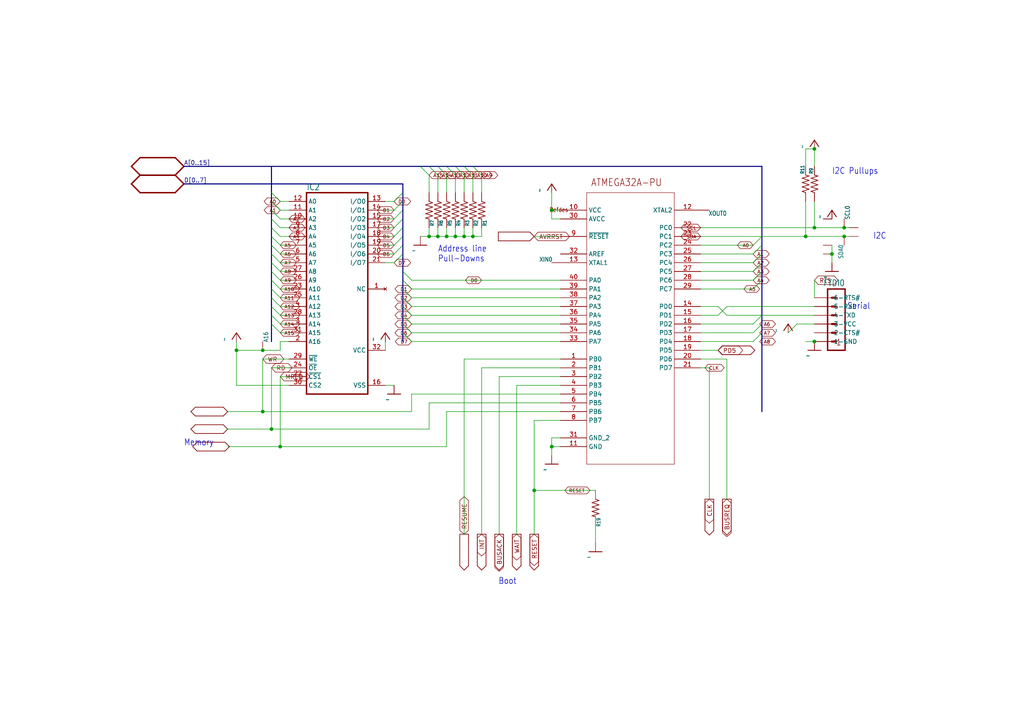
<source format=kicad_sch>
(kicad_sch (version 20211123) (generator eeschema)
  (paper "A4")
  (lib_symbols
    (symbol "Z80-4chip-v3-eagle-import:ATMEGA32A-PU"
      (symbol "ATMEGA32A-PU_1_0"
        (polyline (pts (xy 7.62 -73.66) (xy 33.02 -73.66)) (stroke (width 0.127)))
        (polyline (pts (xy 7.62 5.08) (xy 7.62 -73.66)) (stroke (width 0.127)))
        (polyline (pts (xy 33.02 -73.66) (xy 33.02 5.08)) (stroke (width 0.127)))
        (polyline (pts (xy 33.02 5.08) (xy 7.62 5.08)) (stroke (width 0.127)))
        (text "ATMEGA32A-PU" (at 8.8138 6.8326 0) (effects (font (size 2.0828 1.7703)) (justify left bottom)))
        (text "Refdes" (at -3.2766 -0.635 0) (effects (font (size 1.27 1.0795)) (justify left bottom)))
        (pin bidirectional line (at 0 -43.18 0) (length 7.62) (name "PB0") (number "1"))
        (pin power_in line (at 0 0 0) (length 7.62) (name "VCC") (number "10"))
        (pin passive line (at 0 -68.58 0) (length 7.62) (name "GND") (number "11"))
        (pin output line (at 40.64 0 180) (length 7.62) (name "XTAL2") (number "12"))
        (pin input line (at 0 -15.24 0) (length 7.62) (name "XTAL1") (number "13"))
        (pin bidirectional line (at 40.64 -27.94 180) (length 7.62) (name "PD0") (number "14"))
        (pin bidirectional line (at 40.64 -30.48 180) (length 7.62) (name "PD1") (number "15"))
        (pin bidirectional line (at 40.64 -33.02 180) (length 7.62) (name "PD2") (number "16"))
        (pin bidirectional line (at 40.64 -35.56 180) (length 7.62) (name "PD3") (number "17"))
        (pin bidirectional line (at 40.64 -38.1 180) (length 7.62) (name "PD4") (number "18"))
        (pin bidirectional line (at 40.64 -40.64 180) (length 7.62) (name "PD5") (number "19"))
        (pin bidirectional line (at 0 -45.72 0) (length 7.62) (name "PB1") (number "2"))
        (pin bidirectional line (at 40.64 -43.18 180) (length 7.62) (name "PD6") (number "20"))
        (pin bidirectional line (at 40.64 -45.72 180) (length 7.62) (name "PD7") (number "21"))
        (pin bidirectional line (at 40.64 -5.08 180) (length 7.62) (name "PC0") (number "22"))
        (pin bidirectional line (at 40.64 -7.62 180) (length 7.62) (name "PC1") (number "23"))
        (pin bidirectional line (at 40.64 -10.16 180) (length 7.62) (name "PC2") (number "24"))
        (pin bidirectional line (at 40.64 -12.7 180) (length 7.62) (name "PC3") (number "25"))
        (pin bidirectional line (at 40.64 -15.24 180) (length 7.62) (name "PC4") (number "26"))
        (pin bidirectional line (at 40.64 -17.78 180) (length 7.62) (name "PC5") (number "27"))
        (pin bidirectional line (at 40.64 -20.32 180) (length 7.62) (name "PC6") (number "28"))
        (pin bidirectional line (at 40.64 -22.86 180) (length 7.62) (name "PC7") (number "29"))
        (pin bidirectional line (at 0 -48.26 0) (length 7.62) (name "PB2") (number "3"))
        (pin power_in line (at 0 -2.54 0) (length 7.62) (name "AVCC") (number "30"))
        (pin passive line (at 0 -66.04 0) (length 7.62) (name "GND_2") (number "31"))
        (pin input line (at 0 -12.7 0) (length 7.62) (name "AREF") (number "32"))
        (pin bidirectional line (at 0 -38.1 0) (length 7.62) (name "PA7") (number "33"))
        (pin bidirectional line (at 0 -35.56 0) (length 7.62) (name "PA6") (number "34"))
        (pin bidirectional line (at 0 -33.02 0) (length 7.62) (name "PA5") (number "35"))
        (pin bidirectional line (at 0 -30.48 0) (length 7.62) (name "PA4") (number "36"))
        (pin bidirectional line (at 0 -27.94 0) (length 7.62) (name "PA3") (number "37"))
        (pin bidirectional line (at 0 -25.4 0) (length 7.62) (name "PA2") (number "38"))
        (pin bidirectional line (at 0 -22.86 0) (length 7.62) (name "PA1") (number "39"))
        (pin bidirectional line (at 0 -50.8 0) (length 7.62) (name "PB3") (number "4"))
        (pin bidirectional line (at 0 -20.32 0) (length 7.62) (name "PA0") (number "40"))
        (pin bidirectional line (at 0 -53.34 0) (length 7.62) (name "PB4") (number "5"))
        (pin bidirectional line (at 0 -55.88 0) (length 7.62) (name "PB5") (number "6"))
        (pin bidirectional line (at 0 -58.42 0) (length 7.62) (name "PB6") (number "7"))
        (pin bidirectional line (at 0 -60.96 0) (length 7.62) (name "PB7") (number "8"))
        (pin input line (at 0 -7.62 0) (length 7.62) (name "~{RESET}") (number "9"))
      )
    )
    (symbol "Z80-4chip-v3-eagle-import:FTDI-TTL232R"
      (property "Reference" "CON" (at -1.27 8.382 0))
      (property "Value" "FTDI-TTL232R" (at -1.27 -12.7 0))
      (symbol "FTDI-TTL232R_1_0"
        (polyline (pts (xy -1.27 7.62) (xy -1.27 -10.16)) (stroke (width 0.4064)))
        (polyline (pts (xy -1.27 7.62) (xy 3.81 7.62)) (stroke (width 0.4064)))
        (polyline (pts (xy 1.27 -7.62) (xy 2.54 -7.62)) (stroke (width 0.6096)))
        (polyline (pts (xy 1.27 -5.08) (xy 2.54 -5.08)) (stroke (width 0.6096)))
        (polyline (pts (xy 1.27 -2.54) (xy 2.54 -2.54)) (stroke (width 0.6096)))
        (polyline (pts (xy 1.27 0) (xy 2.54 0)) (stroke (width 0.6096)))
        (polyline (pts (xy 1.27 2.54) (xy 2.54 2.54)) (stroke (width 0.6096)))
        (polyline (pts (xy 1.27 5.08) (xy 2.54 5.08)) (stroke (width 0.6096)))
        (polyline (pts (xy 3.81 -10.16) (xy -1.27 -10.16)) (stroke (width 0.4064)))
        (polyline (pts (xy 3.81 -10.16) (xy 3.81 7.62)) (stroke (width 0.4064)))
        (text "1" (at -0.254 -8.89 0) (effects (font (size 1.778 1.5113)) (justify left bottom)))
        (pin passive line (at 7.62 -7.62 180) (length 5.08) (name "1-GND") (number "1"))
        (pin passive line (at 7.62 -5.08 180) (length 5.08) (name "2-CTS#") (number "2"))
        (pin passive line (at 7.62 -2.54 180) (length 5.08) (name "3-VCC") (number "3"))
        (pin passive line (at 7.62 0 180) (length 5.08) (name "4-TXD") (number "4"))
        (pin passive line (at 7.62 2.54 180) (length 5.08) (name "5-RXD") (number "5"))
        (pin passive line (at 7.62 5.08 180) (length 5.08) (name "6-RTS#") (number "6"))
      )
    )
    (symbol "Z80-4chip-v3-eagle-import:GND" (power)
      (property "Value" "GND" (at -2.54 -2.54 0))
      (symbol "GND_1_0"
        (polyline (pts (xy -1.905 0) (xy 1.905 0)) (stroke (width 0.254)))
        (pin power_in line (at 0 2.54 270) (length 2.54) (name "GND") (number "1"))
      )
    )
    (symbol "Z80-4chip-v3-eagle-import:MEM128K-PS"
      (property "Reference" "IC" (at -10.16 31.115 0))
      (property "Value" "MEM128K-PS" (at -10.16 -30.48 0))
      (symbol "MEM128K-PS_1_0"
        (polyline (pts (xy -10.16 -27.94) (xy -10.16 30.48)) (stroke (width 0.4064)))
        (polyline (pts (xy -10.16 -27.94) (xy 7.62 -27.94)) (stroke (width 0.4064)))
        (polyline (pts (xy 7.62 30.48) (xy -10.16 30.48)) (stroke (width 0.4064)))
        (polyline (pts (xy 7.62 30.48) (xy 7.62 -27.94)) (stroke (width 0.4064)))
        (pin no_connect line (at 12.7 2.54 180) (length 5.08) (name "NC") (number "1"))
        (pin input line (at -15.24 22.86 0) (length 5.08) (name "A2") (number "10"))
        (pin input line (at -15.24 25.4 0) (length 5.08) (name "A1") (number "11"))
        (pin input line (at -15.24 27.94 0) (length 5.08) (name "A0") (number "12"))
        (pin bidirectional line (at 12.7 27.94 180) (length 5.08) (name "I/O0") (number "13"))
        (pin bidirectional line (at 12.7 25.4 180) (length 5.08) (name "I/O1") (number "14"))
        (pin bidirectional line (at 12.7 22.86 180) (length 5.08) (name "I/O2") (number "15"))
        (pin power_in line (at 12.7 -25.4 180) (length 5.08) (name "VSS") (number "16"))
        (pin bidirectional line (at 12.7 20.32 180) (length 5.08) (name "I/O3") (number "17"))
        (pin bidirectional line (at 12.7 17.78 180) (length 5.08) (name "I/O4") (number "18"))
        (pin bidirectional line (at 12.7 15.24 180) (length 5.08) (name "I/O5") (number "19"))
        (pin input line (at -15.24 -12.7 0) (length 5.08) (name "A16") (number "2"))
        (pin bidirectional line (at 12.7 12.7 180) (length 5.08) (name "I/O6") (number "20"))
        (pin bidirectional line (at 12.7 10.16 180) (length 5.08) (name "I/O7") (number "21"))
        (pin input line (at -15.24 -22.86 0) (length 5.08) (name "~{CS1}") (number "22"))
        (pin input line (at -15.24 2.54 0) (length 5.08) (name "A10") (number "23"))
        (pin input line (at -15.24 -20.32 0) (length 5.08) (name "~{OE}") (number "24"))
        (pin input line (at -15.24 0 0) (length 5.08) (name "A11") (number "25"))
        (pin input line (at -15.24 5.08 0) (length 5.08) (name "A9") (number "26"))
        (pin input line (at -15.24 7.62 0) (length 5.08) (name "A8") (number "27"))
        (pin input line (at -15.24 -5.08 0) (length 5.08) (name "A13") (number "28"))
        (pin input line (at -15.24 -17.78 0) (length 5.08) (name "~{WE}") (number "29"))
        (pin input line (at -15.24 -7.62 0) (length 5.08) (name "A14") (number "3"))
        (pin input line (at -15.24 -25.4 0) (length 5.08) (name "CS2") (number "30"))
        (pin input line (at -15.24 -10.16 0) (length 5.08) (name "A15") (number "31"))
        (pin power_in line (at 12.7 -15.24 180) (length 5.08) (name "VCC") (number "32"))
        (pin input line (at -15.24 -2.54 0) (length 5.08) (name "A12") (number "4"))
        (pin input line (at -15.24 10.16 0) (length 5.08) (name "A7") (number "5"))
        (pin input line (at -15.24 12.7 0) (length 5.08) (name "A6") (number "6"))
        (pin input line (at -15.24 15.24 0) (length 5.08) (name "A5") (number "7"))
        (pin input line (at -15.24 17.78 0) (length 5.08) (name "A4") (number "8"))
        (pin input line (at -15.24 20.32 0) (length 5.08) (name "A3") (number "9"))
      )
    )
    (symbol "Z80-4chip-v3-eagle-import:PORT-BI"
      (symbol "PORT-BI_1_0"
        (polyline (pts (xy 0 0) (xy 1.27 -1.27)) (stroke (width 0.2)))
        (polyline (pts (xy 0 0) (xy 1.27 1.27)) (stroke (width 0.2)))
        (polyline (pts (xy 1.27 -1.27) (xy 9.398 -1.27)) (stroke (width 0.2)))
        (polyline (pts (xy 1.27 1.27) (xy 9.398 1.27)) (stroke (width 0.2)))
        (polyline (pts (xy 9.398 -1.27) (xy 10.668 0)) (stroke (width 0.2)))
        (polyline (pts (xy 10.668 0) (xy 9.398 1.27)) (stroke (width 0.2)))
      )
    )
    (symbol "Z80-4chip-v3-eagle-import:PORT-BI-BUS"
      (symbol "PORT-BI-BUS_1_0"
        (polyline (pts (xy 0 0) (xy 2.54 -2.54)) (stroke (width 0.4)))
        (polyline (pts (xy 0 0) (xy 2.54 2.54)) (stroke (width 0.4)))
        (polyline (pts (xy 2.54 -2.54) (xy 12.7 -2.54)) (stroke (width 0.4)))
        (polyline (pts (xy 2.54 2.54) (xy 12.7 2.54)) (stroke (width 0.4)))
        (polyline (pts (xy 12.7 -2.54) (xy 15.24 0)) (stroke (width 0.4)))
        (polyline (pts (xy 15.24 0) (xy 12.7 2.54)) (stroke (width 0.4)))
      )
    )
    (symbol "Z80-4chip-v3-eagle-import:PORT-IN"
      (symbol "PORT-IN_1_0"
        (polyline (pts (xy 0 0) (xy 1.27 1.27)) (stroke (width 0.2)))
        (polyline (pts (xy 1.27 -1.27) (xy 0 0)) (stroke (width 0.2)))
        (polyline (pts (xy 1.27 1.27) (xy 10.414 1.27)) (stroke (width 0.2)))
        (polyline (pts (xy 10.414 -1.27) (xy 1.27 -1.27)) (stroke (width 0.2)))
        (polyline (pts (xy 10.414 1.27) (xy 10.414 -1.27)) (stroke (width 0.2)))
      )
    )
    (symbol "Z80-4chip-v3-eagle-import:PORT-OUT"
      (symbol "PORT-OUT_1_0"
        (polyline (pts (xy 0 -1.27) (xy 0 1.27)) (stroke (width 0.2)))
        (polyline (pts (xy 0 1.27) (xy 9.144 1.27)) (stroke (width 0.2)))
        (polyline (pts (xy 9.144 -1.27) (xy 0 -1.27)) (stroke (width 0.2)))
        (polyline (pts (xy 9.144 1.27) (xy 10.414 0)) (stroke (width 0.2)))
        (polyline (pts (xy 10.414 0) (xy 9.144 -1.27)) (stroke (width 0.2)))
      )
    )
    (symbol "Z80-4chip-v3-eagle-import:R-US_0207{slash}07V"
      (property "Reference" "R" (at 2.7325 0.2781 0))
      (property "Value" "R-US_0207{slash}07V" (at -1.9067 -0.4821 0))
      (symbol "R-US_0207{slash}07V_1_0"
        (polyline (pts (xy -2.54 0) (xy -2.159 1.016)) (stroke (width 0.2032)))
        (polyline (pts (xy -2.159 1.016) (xy -1.524 -1.016)) (stroke (width 0.2032)))
        (polyline (pts (xy -1.524 -1.016) (xy -0.889 1.016)) (stroke (width 0.2032)))
        (polyline (pts (xy -0.889 1.016) (xy -0.254 -1.016)) (stroke (width 0.2032)))
        (polyline (pts (xy -0.254 -1.016) (xy 0.381 1.016)) (stroke (width 0.2032)))
        (polyline (pts (xy 0.381 1.016) (xy 1.016 -1.016)) (stroke (width 0.2032)))
        (polyline (pts (xy 1.016 -1.016) (xy 1.651 1.016)) (stroke (width 0.2032)))
        (polyline (pts (xy 1.651 1.016) (xy 2.286 -1.016)) (stroke (width 0.2032)))
        (polyline (pts (xy 2.286 -1.016) (xy 2.54 0)) (stroke (width 0.2032)))
        (pin passive line (at -5.08 0 0) (length 2.54) (name "1") (number "1"))
        (pin passive line (at 5.08 0 180) (length 2.54) (name "2") (number "2"))
      )
    )
    (symbol "Z80-4chip-v3-eagle-import:VCC" (power)
      (property "Value" "VCC" (at -2.54 -2.54 90))
      (symbol "VCC_1_0"
        (polyline (pts (xy 0 0) (xy -1.27 -1.905)) (stroke (width 0.254)))
        (polyline (pts (xy 1.27 -1.905) (xy 0 0)) (stroke (width 0.254)))
        (pin power_in line (at 0 -2.54 90) (length 2.54) (name "VCC") (number "1"))
      )
    )
    (symbol "Z80-4chip-v3-eagle-import:WIRE-R10"
      (property "Reference" "W" (at 2.286 -0.254 0))
      (symbol "WIRE-R10_1_0"
        (pin bidirectional line (at 0 0 0) (length 2.54) (name "P$1") (number "P$1"))
      )
    )
    (symbol "Z80-4chip-v3-eagle-import:WIRE-VIA8"
      (property "Reference" "W" (at 2.286 -0.254 0))
      (symbol "WIRE-VIA8_1_0"
        (pin bidirectional line (at 0 0 0) (length 2.54) (name "P$1") (number "P$1"))
      )
    )
  )
  (junction (at 160.02 129.54))
  (junction (at 81.28 129.54))
  (junction (at 76.2 101.6))
  (junction (at 137.16 68.58))
  (junction (at 76.2 119.38))
  (junction (at 160.02 60.96))
  (junction (at 132.08 68.58))
  (junction (at 124.46 68.58))
  (junction (at 127 68.58))
  (junction (at 154.94 142.24))
  (junction (at 68.58 101.6))
  (junction (at 134.62 68.58))
  (junction (at 236.22 66.04))
  (junction (at 233.68 68.58))
  (junction (at 241.3 73.66))
  (junction (at 78.74 124.46))
  (junction (at 236.22 43.18))
  (junction (at 129.54 68.58))
  (junction (at 236.22 99.06))
  (junction (at 244.856 68.58))
  (junction (at 244.856 66.04))
  (bus_entry (at 114.3 71.12) (size 2.54 -2.54))
  (bus_entry (at 119.38 88.9) (size -2.54 -2.54))
  (bus_entry (at 81.28 88.9) (size -2.54 -2.54))
  (bus_entry (at 119.38 99.06) (size -2.54 -2.54))
  (bus_entry (at 137.16 50.8) (size -2.54 -2.54))
  (bus_entry (at 218.44 76.2) (size 2.54 -2.54))
  (bus_entry (at 129.54 50.8) (size -2.54 -2.54))
  (bus_entry (at 81.28 68.58) (size -2.54 -2.54))
  (bus_entry (at 81.28 76.2) (size -2.54 -2.54))
  (bus_entry (at 81.28 96.52) (size -2.54 -2.54))
  (bus_entry (at 81.28 73.66) (size -2.54 -2.54))
  (bus_entry (at 124.46 50.8) (size -2.54 -2.54))
  (bus_entry (at 81.28 60.96) (size -2.54 -2.54))
  (bus_entry (at 114.3 73.66) (size 2.54 -2.54))
  (bus_entry (at 134.62 50.8) (size -2.54 -2.54))
  (bus_entry (at 119.38 81.28) (size -2.54 -2.54))
  (bus_entry (at 81.28 83.82) (size -2.54 -2.54))
  (bus_entry (at 139.7 50.8) (size -2.54 -2.54))
  (bus_entry (at 119.38 91.44) (size -2.54 -2.54))
  (bus_entry (at 81.28 66.04) (size -2.54 -2.54))
  (bus_entry (at 218.44 93.98) (size 2.54 -2.54))
  (bus_entry (at 81.28 63.5) (size -2.54 -2.54))
  (bus_entry (at 119.38 96.52) (size -2.54 -2.54))
  (bus_entry (at 114.3 60.96) (size 2.54 -2.54))
  (bus_entry (at 81.28 78.74) (size -2.54 -2.54))
  (bus_entry (at 114.3 58.42) (size 2.54 -2.54))
  (bus_entry (at 81.28 81.28) (size -2.54 -2.54))
  (bus_entry (at 218.44 71.12) (size 2.54 -2.54))
  (bus_entry (at 119.38 86.36) (size -2.54 -2.54))
  (bus_entry (at 81.28 93.98) (size -2.54 -2.54))
  (bus_entry (at 114.3 63.5) (size 2.54 -2.54))
  (bus_entry (at 218.44 99.06) (size 2.54 -2.54))
  (bus_entry (at 114.3 66.04) (size 2.54 -2.54))
  (bus_entry (at 114.3 76.2) (size 2.54 -2.54))
  (bus_entry (at 81.28 91.44) (size -2.54 -2.54))
  (bus_entry (at 127 50.8) (size -2.54 -2.54))
  (bus_entry (at 119.38 93.98) (size -2.54 -2.54))
  (bus_entry (at 132.08 50.8) (size -2.54 -2.54))
  (bus_entry (at 114.3 68.58) (size 2.54 -2.54))
  (bus_entry (at 119.38 83.82) (size -2.54 -2.54))
  (bus_entry (at 218.44 81.28) (size 2.54 -2.54))
  (bus_entry (at 218.44 96.52) (size 2.54 -2.54))
  (bus_entry (at 81.28 58.42) (size -2.54 -2.54))
  (bus_entry (at 81.28 86.36) (size -2.54 -2.54))
  (bus_entry (at 218.44 73.66) (size 2.54 -2.54))
  (bus_entry (at 218.44 78.74) (size 2.54 -2.54))
  (bus_entry (at 218.44 83.82) (size 2.54 -2.54))
  (bus_entry (at 81.28 71.12) (size -2.54 -2.54))
  (wire (pts (xy 218.44 76.2) (xy 203.2 76.2)))
  (bus (pts (xy 53.34 48.26) (xy 121.92 48.26)))
  (wire (pts (xy 162.56 129.54) (xy 160.02 129.54)))
  (wire (pts (xy 160.02 129.54) (xy 160.02 132.08)))
  (bus (pts (xy 132.08 48.26) (xy 134.62 48.26)))
  (wire (pts (xy 162.56 68.58) (xy 154.94 68.58)))
  (wire (pts (xy 246.38 68.58) (xy 244.856 68.58)))
  (bus (pts (xy 116.84 53.34) (xy 116.84 55.88)))
  (bus (pts (xy 116.84 68.58) (xy 116.84 71.12)))
  (bus (pts (xy 116.84 63.5) (xy 116.84 66.04)))
  (wire (pts (xy 137.16 66.04) (xy 137.16 68.58)))
  (wire (pts (xy 68.58 111.76) (xy 68.58 101.6)))
  (wire (pts (xy 83.82 109.22) (xy 81.28 109.22)))
  (bus (pts (xy 116.84 73.66) (xy 116.84 78.74)))
  (wire (pts (xy 76.2 101.6) (xy 68.58 101.6)))
  (wire (pts (xy 111.76 71.12) (xy 114.3 71.12)))
  (bus (pts (xy 220.98 93.98) (xy 220.98 96.52)))
  (bus (pts (xy 78.74 78.74) (xy 78.74 81.28)))
  (wire (pts (xy 203.2 68.58) (xy 220.98 68.58)))
  (wire (pts (xy 81.28 58.42) (xy 83.82 58.42)))
  (wire (pts (xy 124.46 55.88) (xy 124.46 50.8)))
  (wire (pts (xy 111.76 68.58) (xy 114.3 68.58)))
  (bus (pts (xy 53.34 53.34) (xy 116.84 53.34)))
  (wire (pts (xy 83.82 78.74) (xy 81.28 78.74)))
  (bus (pts (xy 129.54 48.26) (xy 132.08 48.26)))
  (wire (pts (xy 134.62 55.88) (xy 134.62 50.8)))
  (bus (pts (xy 78.74 55.88) (xy 78.74 58.42)))
  (wire (pts (xy 83.82 99.06) (xy 81.28 99.06)))
  (bus (pts (xy 220.98 91.44) (xy 220.98 93.98)))
  (wire (pts (xy 172.72 142.24) (xy 154.94 142.24)))
  (wire (pts (xy 220.98 68.58) (xy 233.68 68.58)))
  (wire (pts (xy 111.76 66.04) (xy 114.3 66.04)))
  (wire (pts (xy 78.74 124.46) (xy 66.04 124.46)))
  (wire (pts (xy 236.22 86.36) (xy 236.22 81.28)))
  (wire (pts (xy 78.74 124.46) (xy 78.74 106.68)))
  (wire (pts (xy 160.02 60.96) (xy 160.02 55.88)))
  (wire (pts (xy 203.2 106.68) (xy 205.74 106.68)))
  (wire (pts (xy 124.46 116.84) (xy 124.46 124.46)))
  (bus (pts (xy 220.98 81.28) (xy 220.98 91.44)))
  (wire (pts (xy 119.38 99.06) (xy 162.56 99.06)))
  (bus (pts (xy 78.74 91.44) (xy 78.74 93.98)))
  (wire (pts (xy 132.08 66.04) (xy 132.08 68.58)))
  (bus (pts (xy 220.98 96.52) (xy 220.98 119.38)))
  (wire (pts (xy 83.82 96.52) (xy 81.28 96.52)))
  (wire (pts (xy 114.3 111.76) (xy 111.76 111.76)))
  (wire (pts (xy 154.94 121.92) (xy 154.94 142.24)))
  (bus (pts (xy 78.74 63.5) (xy 78.74 66.04)))
  (wire (pts (xy 124.46 124.46) (xy 78.74 124.46)))
  (wire (pts (xy 236.22 91.44) (xy 220.98 91.44)))
  (wire (pts (xy 81.28 60.96) (xy 83.82 60.96)))
  (wire (pts (xy 81.28 99.06) (xy 81.28 101.6)))
  (wire (pts (xy 119.38 81.28) (xy 162.56 81.28)))
  (wire (pts (xy 154.94 142.24) (xy 154.94 154.94)))
  (wire (pts (xy 124.46 68.58) (xy 121.92 68.58)))
  (bus (pts (xy 78.74 93.98) (xy 78.74 99.06)))
  (wire (pts (xy 231.14 93.98) (xy 228.6 96.52)))
  (wire (pts (xy 144.78 109.22) (xy 144.78 154.94)))
  (wire (pts (xy 83.82 83.82) (xy 81.28 83.82)))
  (wire (pts (xy 220.98 91.44) (xy 210.82 91.44)))
  (wire (pts (xy 236.22 43.18) (xy 236.22 48.26)))
  (wire (pts (xy 162.56 121.92) (xy 154.94 121.92)))
  (wire (pts (xy 81.28 129.54) (xy 66.04 129.54)))
  (wire (pts (xy 132.08 55.88) (xy 132.08 50.8)))
  (wire (pts (xy 233.68 68.58) (xy 244.856 68.58)))
  (wire (pts (xy 111.76 73.66) (xy 114.3 73.66)))
  (wire (pts (xy 160.02 63.5) (xy 160.02 60.96)))
  (wire (pts (xy 83.82 91.44) (xy 81.28 91.44)))
  (bus (pts (xy 116.84 60.96) (xy 116.84 63.5)))
  (wire (pts (xy 162.56 116.84) (xy 124.46 116.84)))
  (wire (pts (xy 83.82 76.2) (xy 81.28 76.2)))
  (bus (pts (xy 78.74 48.26) (xy 78.74 55.88)))
  (bus (pts (xy 121.92 48.26) (xy 124.46 48.26)))
  (wire (pts (xy 68.58 99.06) (xy 68.58 101.6)))
  (wire (pts (xy 129.54 66.04) (xy 129.54 68.58)))
  (wire (pts (xy 83.82 93.98) (xy 81.28 93.98)))
  (wire (pts (xy 139.7 66.04) (xy 139.7 68.58)))
  (bus (pts (xy 220.98 68.58) (xy 220.98 71.12)))
  (bus (pts (xy 134.62 48.26) (xy 137.16 48.26)))
  (wire (pts (xy 203.2 66.04) (xy 236.22 66.04)))
  (wire (pts (xy 233.68 58.42) (xy 233.68 68.58)))
  (wire (pts (xy 218.44 83.82) (xy 203.2 83.82)))
  (wire (pts (xy 134.62 104.14) (xy 162.56 104.14)))
  (bus (pts (xy 124.46 48.26) (xy 127 48.26)))
  (wire (pts (xy 83.82 71.12) (xy 81.28 71.12)))
  (bus (pts (xy 116.84 83.82) (xy 116.84 86.36)))
  (wire (pts (xy 119.38 96.52) (xy 162.56 96.52)))
  (wire (pts (xy 81.28 109.22) (xy 81.28 129.54)))
  (bus (pts (xy 78.74 60.96) (xy 78.74 63.5)))
  (wire (pts (xy 119.38 119.38) (xy 76.2 119.38)))
  (bus (pts (xy 116.84 88.9) (xy 116.84 91.44)))
  (wire (pts (xy 127 68.58) (xy 124.46 68.58)))
  (wire (pts (xy 127 66.04) (xy 127 68.58)))
  (wire (pts (xy 210.82 88.9) (xy 208.28 91.44)))
  (wire (pts (xy 233.68 48.26) (xy 233.68 43.18)))
  (wire (pts (xy 241.3 73.66) (xy 241.3 71.12)))
  (wire (pts (xy 205.74 106.68) (xy 205.74 144.78)))
  (wire (pts (xy 129.54 119.38) (xy 129.54 129.54)))
  (bus (pts (xy 220.98 73.66) (xy 220.98 76.2)))
  (wire (pts (xy 218.44 73.66) (xy 203.2 73.66)))
  (wire (pts (xy 139.7 68.58) (xy 137.16 68.58)))
  (wire (pts (xy 134.62 104.14) (xy 134.62 154.94)))
  (bus (pts (xy 137.16 48.26) (xy 220.98 48.26)))
  (wire (pts (xy 236.22 99.06) (xy 233.68 99.06)))
  (bus (pts (xy 116.84 55.88) (xy 116.84 58.42)))
  (wire (pts (xy 236.22 93.98) (xy 231.14 93.98)))
  (wire (pts (xy 208.28 91.44) (xy 203.2 91.44)))
  (wire (pts (xy 137.16 55.88) (xy 137.16 50.8)))
  (wire (pts (xy 119.38 83.82) (xy 162.56 83.82)))
  (bus (pts (xy 116.84 81.28) (xy 116.84 83.82)))
  (bus (pts (xy 220.98 76.2) (xy 220.98 78.74)))
  (wire (pts (xy 124.46 66.04) (xy 124.46 68.58)))
  (wire (pts (xy 134.62 68.58) (xy 132.08 68.58)))
  (bus (pts (xy 116.84 78.74) (xy 116.84 81.28)))
  (wire (pts (xy 119.38 88.9) (xy 162.56 88.9)))
  (wire (pts (xy 127 55.88) (xy 127 50.8)))
  (wire (pts (xy 172.72 152.4) (xy 172.72 157.48)))
  (wire (pts (xy 208.28 88.9) (xy 203.2 88.9)))
  (wire (pts (xy 132.08 68.58) (xy 129.54 68.58)))
  (wire (pts (xy 203.2 104.14) (xy 210.82 104.14)))
  (wire (pts (xy 76.2 104.14) (xy 83.82 104.14)))
  (wire (pts (xy 160.02 127) (xy 160.02 129.54)))
  (bus (pts (xy 127 48.26) (xy 129.54 48.26)))
  (wire (pts (xy 218.44 93.98) (xy 203.2 93.98)))
  (wire (pts (xy 241.3 76.2) (xy 241.3 73.66)))
  (wire (pts (xy 134.62 66.04) (xy 134.62 68.58)))
  (wire (pts (xy 162.56 114.3) (xy 119.38 114.3)))
  (wire (pts (xy 162.56 63.5) (xy 160.02 63.5)))
  (wire (pts (xy 129.54 129.54) (xy 81.28 129.54)))
  (bus (pts (xy 116.84 93.98) (xy 116.84 96.52)))
  (wire (pts (xy 162.56 106.68) (xy 139.7 106.68)))
  (wire (pts (xy 129.54 68.58) (xy 127 68.58)))
  (wire (pts (xy 83.82 81.28) (xy 81.28 81.28)))
  (bus (pts (xy 116.84 58.42) (xy 116.84 60.96)))
  (wire (pts (xy 119.38 91.44) (xy 162.56 91.44)))
  (bus (pts (xy 116.84 96.52) (xy 116.84 99.06)))
  (wire (pts (xy 83.82 73.66) (xy 81.28 73.66)))
  (bus (pts (xy 78.74 83.82) (xy 78.74 86.36)))
  (wire (pts (xy 162.56 127) (xy 160.02 127)))
  (wire (pts (xy 83.82 68.58) (xy 81.28 68.58)))
  (wire (pts (xy 137.16 68.58) (xy 134.62 68.58)))
  (wire (pts (xy 139.7 106.68) (xy 139.7 154.94)))
  (wire (pts (xy 111.76 63.5) (xy 114.3 63.5)))
  (wire (pts (xy 139.7 55.88) (xy 139.7 50.8)))
  (bus (pts (xy 116.84 71.12) (xy 116.84 73.66)))
  (bus (pts (xy 220.98 48.26) (xy 220.98 68.58)))
  (bus (pts (xy 220.98 71.12) (xy 220.98 73.66)))
  (wire (pts (xy 218.44 78.74) (xy 203.2 78.74)))
  (wire (pts (xy 210.82 91.44) (xy 208.28 88.9)))
  (wire (pts (xy 236.22 58.42) (xy 236.22 66.04)))
  (wire (pts (xy 129.54 55.88) (xy 129.54 50.8)))
  (wire (pts (xy 114.3 76.2) (xy 111.76 76.2)))
  (bus (pts (xy 78.74 81.28) (xy 78.74 83.82)))
  (wire (pts (xy 244.856 66.04) (xy 246.38 66.04)))
  (bus (pts (xy 78.74 68.58) (xy 78.74 71.12)))
  (bus (pts (xy 78.74 86.36) (xy 78.74 88.9)))
  (wire (pts (xy 119.38 114.3) (xy 119.38 119.38)))
  (wire (pts (xy 203.2 101.6) (xy 208.28 101.6)))
  (wire (pts (xy 236.22 88.9) (xy 210.82 88.9)))
  (bus (pts (xy 116.84 66.04) (xy 116.84 68.58)))
  (wire (pts (xy 233.68 43.18) (xy 236.22 43.18)))
  (wire (pts (xy 119.38 93.98) (xy 162.56 93.98)))
  (bus (pts (xy 78.74 88.9) (xy 78.74 91.44)))
  (bus (pts (xy 78.74 71.12) (xy 78.74 73.66)))
  (wire (pts (xy 111.76 99.06) (xy 111.76 101.6)))
  (wire (pts (xy 111.76 60.96) (xy 114.3 60.96)))
  (wire (pts (xy 83.82 88.9) (xy 81.28 88.9)))
  (wire (pts (xy 236.22 66.04) (xy 244.856 66.04)))
  (bus (pts (xy 116.84 91.44) (xy 116.84 93.98)))
  (bus (pts (xy 78.74 58.42) (xy 78.74 60.96)))
  (bus (pts (xy 78.74 76.2) (xy 78.74 78.74)))
  (wire (pts (xy 119.38 86.36) (xy 162.56 86.36)))
  (wire (pts (xy 218.44 99.06) (xy 203.2 99.06)))
  (wire (pts (xy 81.28 101.6) (xy 76.2 101.6)))
  (wire (pts (xy 218.44 96.52) (xy 203.2 96.52)))
  (wire (pts (xy 78.74 106.68) (xy 83.82 106.68)))
  (wire (pts (xy 83.82 63.5) (xy 81.28 63.5)))
  (wire (pts (xy 76.2 119.38) (xy 66.04 119.38)))
  (wire (pts (xy 162.56 109.22) (xy 144.78 109.22)))
  (bus (pts (xy 116.84 86.36) (xy 116.84 88.9)))
  (wire (pts (xy 210.82 104.14) (xy 210.82 144.78)))
  (wire (pts (xy 162.56 60.96) (xy 160.02 60.96)))
  (wire (pts (xy 162.56 111.76) (xy 149.86 111.76)))
  (bus (pts (xy 78.74 73.66) (xy 78.74 76.2)))
  (wire (pts (xy 83.82 86.36) (xy 81.28 86.36)))
  (wire (pts (xy 76.2 119.38) (xy 76.2 104.14)))
  (wire (pts (xy 83.82 111.76) (xy 68.58 111.76)))
  (wire (pts (xy 218.44 71.12) (xy 203.2 71.12)))
  (wire (pts (xy 83.82 66.04) (xy 81.28 66.04)))
  (wire (pts (xy 149.86 111.76) (xy 149.86 154.94)))
  (wire (pts (xy 162.56 119.38) (xy 129.54 119.38)))
  (wire (pts (xy 114.3 58.42) (xy 111.76 58.42)))
  (wire (pts (xy 218.44 81.28) (xy 203.2 81.28)))
  (bus (pts (xy 78.74 66.04) (xy 78.74 68.58)))
  (bus (pts (xy 220.98 78.74) (xy 220.98 81.28)))
  (text "Serial" (at 252.476 87.884 180) (effects (font (size 1.778 1.5113)) (justify right top)))
  (text "Memory" (at 53.34 129.54 180) (effects (font (size 1.778 1.5113)) (justify left bottom)))
  (text "Boot" (at 149.86 167.64 180) (effects (font (size 1.778 1.5113)) (justify right top)))
  (text "I2C Pullups" (at 241.3 50.8 180) (effects (font (size 1.778 1.5113)) (justify left bottom)))
  (text "Address line\nPull-Downs" (at 127 76.2 180) (effects (font (size 1.778 1.5113)) (justify left bottom)))
  (text "I2C" (at 253.238 69.596 180) (effects (font (size 1.778 1.5113)) (justify left bottom)))
  (label "D[0..7]" (at 53.34 53.34 0) (effects (font (size 1.2446 1.2446))))
  (label "A[0..15]" (at 53.34 48.26 0) (effects (font (size 1.2446 1.2446))))
  (global_label "BUSACK" (shape bidirectional) (at 144.78 154.94 270) (effects (font (size 1.2446 1.2446))) (property "Intersheet References" "${INTERSHEET_REFS}" (effects hide)))
  (global_label "SDA" (shape bidirectional) (at 203.2 68.58 180) (effects (font (size 1.016 1.016))) (property "Intersheet References" "${INTERSHEET_REFS}" (effects hide)))
  (global_label "D6" (shape bidirectional) (at 114.3 73.66 180) (effects (font (size 1.016 1.016))) (property "Intersheet References" "${INTERSHEET_REFS}" (effects hide)))
  (global_label "A8" (shape bidirectional) (at 81.28 78.74 0) (effects (font (size 1.016 1.016))) (property "Intersheet References" "${INTERSHEET_REFS}" (effects hide)))
  (global_label "A10" (shape bidirectional) (at 137.16 50.8 0) (effects (font (size 1.016 1.016))) (property "Intersheet References" "${INTERSHEET_REFS}" (effects hide)))
  (global_label "D1" (shape bidirectional) (at 119.38 83.82 180) (effects (font (size 1.016 1.016))) (property "Intersheet References" "${INTERSHEET_REFS}" (effects hide)))
  (global_label "D3" (shape bidirectional) (at 119.38 88.9 180) (effects (font (size 1.016 1.016))) (property "Intersheet References" "${INTERSHEET_REFS}" (effects hide)))
  (global_label "A2" (shape bidirectional) (at 83.82 63.5 0) (effects (font (size 1.016 1.016))) (property "Intersheet References" "${INTERSHEET_REFS}" (effects hide)))
  (global_label "A5" (shape bidirectional) (at 220.345 83.82 180) (effects (font (size 0.9957 0.9957))) (property "Intersheet References" "${INTERSHEET_REFS}" (effects hide)))
  (global_label "A5" (shape bidirectional) (at 81.28 71.12 0) (effects (font (size 1.016 1.016))) (property "Intersheet References" "${INTERSHEET_REFS}" (effects hide)))
  (global_label "A1" (shape bidirectional) (at 218.44 73.66 0) (effects (font (size 1.016 1.016))) (property "Intersheet References" "${INTERSHEET_REFS}" (effects hide)))
  (global_label "WAIT" (shape bidirectional) (at 149.86 154.94 270) (effects (font (size 1.2446 1.2446))) (property "Intersheet References" "${INTERSHEET_REFS}" (effects hide)))
  (global_label "MREQ" (shape bidirectional) (at 81.28 109.22 0) (effects (font (size 1.2446 1.2446))) (property "Intersheet References" "${INTERSHEET_REFS}" (effects hide)))
  (global_label "RESET" (shape bidirectional) (at 154.94 154.94 270) (effects (font (size 1.2446 1.2446))) (property "Intersheet References" "${INTERSHEET_REFS}" (effects hide)))
  (global_label "A10" (shape bidirectional) (at 81.28 83.82 0) (effects (font (size 1.016 1.016))) (property "Intersheet References" "${INTERSHEET_REFS}" (effects hide)))
  (global_label "WR" (shape bidirectional) (at 76.2 104.14 0) (effects (font (size 1.2446 1.2446))) (property "Intersheet References" "${INTERSHEET_REFS}" (effects hide)))
  (global_label "RD" (shape bidirectional) (at 78.74 106.68 0) (effects (font (size 1.2446 1.2446))) (property "Intersheet References" "${INTERSHEET_REFS}" (effects hide)))
  (global_label "A15" (shape bidirectional) (at 81.28 96.52 0) (effects (font (size 1.016 1.016))) (property "Intersheet References" "${INTERSHEET_REFS}" (effects hide)))
  (global_label "CLK" (shape bidirectional) (at 205.74 144.78 270) (effects (font (size 1.2446 1.2446))) (property "Intersheet References" "${INTERSHEET_REFS}" (effects hide)))
  (global_label "AVRRST" (shape bidirectional) (at 154.94 68.58 0) (effects (font (size 1.2446 1.2446))) (property "Intersheet References" "${INTERSHEET_REFS}" (effects hide)))
  (global_label "A2" (shape bidirectional) (at 218.44 76.2 0) (effects (font (size 1.016 1.016))) (property "Intersheet References" "${INTERSHEET_REFS}" (effects hide)))
  (global_label "A13" (shape bidirectional) (at 81.28 91.44 0) (effects (font (size 1.016 1.016))) (property "Intersheet References" "${INTERSHEET_REFS}" (effects hide)))
  (global_label "A3" (shape bidirectional) (at 83.82 66.04 0) (effects (font (size 1.016 1.016))) (property "Intersheet References" "${INTERSHEET_REFS}" (effects hide)))
  (global_label "D5" (shape bidirectional) (at 114.3 71.12 180) (effects (font (size 1.016 1.016))) (property "Intersheet References" "${INTERSHEET_REFS}" (effects hide)))
  (global_label "A9" (shape bidirectional) (at 81.28 81.28 0) (effects (font (size 1.016 1.016))) (property "Intersheet References" "${INTERSHEET_REFS}" (effects hide)))
  (global_label "D1" (shape bidirectional) (at 114.3 60.96 180) (effects (font (size 1.016 1.016))) (property "Intersheet References" "${INTERSHEET_REFS}" (effects hide)))
  (global_label "RESET" (shape bidirectional) (at 163.83 142.24 0) (effects (font (size 0.9957 0.9957))) (property "Intersheet References" "${INTERSHEET_REFS}" (effects hide)))
  (global_label "A9" (shape bidirectional) (at 139.7 50.8 0) (effects (font (size 1.016 1.016))) (property "Intersheet References" "${INTERSHEET_REFS}" (effects hide)))
  (global_label "INT" (shape bidirectional) (at 139.7 154.94 270) (effects (font (size 1.2446 1.2446))) (property "Intersheet References" "${INTERSHEET_REFS}" (effects hide)))
  (global_label "BUSREQ" (shape bidirectional) (at 210.82 144.78 270) (effects (font (size 1.2446 1.2446))) (property "Intersheet References" "${INTERSHEET_REFS}" (effects hide)))
  (global_label "D7" (shape bidirectional) (at 119.38 99.06 180) (effects (font (size 0.9957 0.9957))) (property "Intersheet References" "${INTERSHEET_REFS}" (effects hide)))
  (global_label "RTS" (shape bidirectional) (at 236.22 81.28 0) (effects (font (size 1.2446 1.2446))) (property "Intersheet References" "${INTERSHEET_REFS}" (effects hide)))
  (global_label "A7" (shape bidirectional) (at 220.345 96.52 0) (effects (font (size 0.9957 0.9957))) (property "Intersheet References" "${INTERSHEET_REFS}" (effects hide)))
  (global_label "D4" (shape bidirectional) (at 119.38 91.44 180) (effects (font (size 1.016 1.016))) (property "Intersheet References" "${INTERSHEET_REFS}" (effects hide)))
  (global_label "A13" (shape bidirectional) (at 129.54 50.8 0) (effects (font (size 1.016 1.016))) (property "Intersheet References" "${INTERSHEET_REFS}" (effects hide)))
  (global_label "D4" (shape bidirectional) (at 114.3 68.58 180) (effects (font (size 1.016 1.016))) (property "Intersheet References" "${INTERSHEET_REFS}" (effects hide)))
  (global_label "A11" (shape bidirectional) (at 81.28 86.36 0) (effects (font (size 1.016 1.016))) (property "Intersheet References" "${INTERSHEET_REFS}" (effects hide)))
  (global_label "A3" (shape bidirectional) (at 218.44 78.74 0) (effects (font (size 1.016 1.016))) (property "Intersheet References" "${INTERSHEET_REFS}" (effects hide)))
  (global_label "D7" (shape bidirectional) (at 114.3 76.2 0) (effects (font (size 1.016 1.016))) (property "Intersheet References" "${INTERSHEET_REFS}" (effects hide)))
  (global_label "D2" (shape bidirectional) (at 114.3 63.5 180) (effects (font (size 1.016 1.016))) (property "Intersheet References" "${INTERSHEET_REFS}" (effects hide)))
  (global_label "D5" (shape bidirectional) (at 119.38 93.98 180) (effects (font (size 1.016 1.016))) (property "Intersheet References" "${INTERSHEET_REFS}" (effects hide)))
  (global_label "D6" (shape bidirectional) (at 119.38 96.52 180) (effects (font (size 1.016 1.016))) (property "Intersheet References" "${INTERSHEET_REFS}" (effects hide)))
  (global_label "PD5" (shape bidirectional) (at 208.28 101.6 0) (effects (font (size 1.2446 1.2446))) (property "Intersheet References" "${INTERSHEET_REFS}" (effects hide)))
  (global_label "D2" (shape bidirectional) (at 119.38 86.36 180) (effects (font (size 1.016 1.016))) (property "Intersheet References" "${INTERSHEET_REFS}" (effects hide)))
  (global_label "A15" (shape bidirectional) (at 124.46 50.8 0) (effects (font (size 1.016 1.016))) (property "Intersheet References" "${INTERSHEET_REFS}" (effects hide)))
  (global_label "A14" (shape bidirectional) (at 81.28 93.98 0) (effects (font (size 1.016 1.016))) (property "Intersheet References" "${INTERSHEET_REFS}" (effects hide)))
  (global_label "CLK" (shape bidirectional) (at 204.47 106.68 0) (effects (font (size 0.9957 0.9957))) (property "Intersheet References" "${INTERSHEET_REFS}" (effects hide)))
  (global_label "A1" (shape bidirectional) (at 81.28 60.96 180) (effects (font (size 1.016 1.016))) (property "Intersheet References" "${INTERSHEET_REFS}" (effects hide)))
  (global_label "A8" (shape bidirectional) (at 220.345 99.06 0) (effects (font (size 0.9957 0.9957))) (property "Intersheet References" "${INTERSHEET_REFS}" (effects hide)))
  (global_label "A0" (shape bidirectional) (at 218.44 71.12 180) (effects (font (size 0.9957 0.9957))) (property "Intersheet References" "${INTERSHEET_REFS}" (effects hide)))
  (global_label "RESUME" (shape bidirectional) (at 134.62 154.94 90) (effects (font (size 1.2446 1.2446))) (property "Intersheet References" "${INTERSHEET_REFS}" (effects hide)))
  (global_label "A4" (shape bidirectional) (at 83.82 68.58 0) (effects (font (size 1.016 1.016))) (property "Intersheet References" "${INTERSHEET_REFS}" (effects hide)))
  (global_label "SCL" (shape bidirectional) (at 203.2 66.04 180) (effects (font (size 1.016 1.016))) (property "Intersheet References" "${INTERSHEET_REFS}" (effects hide)))
  (global_label "A6" (shape bidirectional) (at 81.28 73.66 0) (effects (font (size 1.016 1.016))) (property "Intersheet References" "${INTERSHEET_REFS}" (effects hide)))
  (global_label "A7" (shape bidirectional) (at 81.28 76.2 0) (effects (font (size 1.016 1.016))) (property "Intersheet References" "${INTERSHEET_REFS}" (effects hide)))
  (global_label "A0" (shape bidirectional) (at 81.28 58.42 180) (effects (font (size 1.016 1.016))) (property "Intersheet References" "${INTERSHEET_REFS}" (effects hide)))
  (global_label "D0" (shape bidirectional) (at 114.3 58.42 0) (effects (font (size 1.016 1.016))) (property "Intersheet References" "${INTERSHEET_REFS}" (effects hide)))
  (global_label "A4" (shape bidirectional) (at 218.44 81.28 0) (effects (font (size 1.016 1.016))) (property "Intersheet References" "${INTERSHEET_REFS}" (effects hide)))
  (global_label "A12" (shape bidirectional) (at 132.08 50.8 0) (effects (font (size 1.016 1.016))) (property "Intersheet References" "${INTERSHEET_REFS}" (effects hide)))
  (global_label "D3" (shape bidirectional) (at 114.3 66.04 180) (effects (font (size 1.016 1.016))) (property "Intersheet References" "${INTERSHEET_REFS}" (effects hide)))
  (global_label "A6" (shape bidirectional) (at 220.345 93.98 0) (effects (font (size 0.9957 0.9957))) (property "Intersheet References" "${INTERSHEET_REFS}" (effects hide)))
  (global_label "A11" (shape bidirectional) (at 134.62 50.8 0) (effects (font (size 1.016 1.016))) (property "Intersheet References" "${INTERSHEET_REFS}" (effects hide)))
  (global_label "A14" (shape bidirectional) (at 127 50.8 0) (effects (font (size 1.016 1.016))) (property "Intersheet References" "${INTERSHEET_REFS}" (effects hide)))
  (global_label "A12" (shape bidirectional) (at 81.28 88.9 0) (effects (font (size 1.016 1.016))) (property "Intersheet References" "${INTERSHEET_REFS}" (effects hide)))
  (global_label "D0" (shape bidirectional) (at 139.7 81.28 180) (effects (font (size 0.9957 0.9957))) (property "Intersheet References" "${INTERSHEET_REFS}" (effects hide)))
  (symbol (lib_id "Z80-4chip-v3-eagle-import:GND") (at 241.3 78.74 0) (unit 1)
    (property "Reference" "#GND6" (effects hide))
  )
  (symbol (lib_id "Z80-4chip-v3-eagle-import:GND") (at 121.92 71.12 0) (unit 1)
    (property "Reference" "#GND4" (effects hide))
  )
  (symbol (lib_id "Z80-4chip-v3-eagle-import:PORT-BI") (at 66.04 124.46 180) (unit 1)
    (property "Reference" "#U$14" (effects hide))
  )
  (symbol (lib_id "Z80-4chip-v3-eagle-import:VCC") (at 160.02 53.34 0) (unit 1)
    (property "Reference" "#P+1" (effects hide))
  )
  (symbol (lib_id "Z80-4chip-v3-eagle-import:MEM128K-PS") (at 99.06 86.36 0) (unit 1)
    (property "Reference" "IC2" (at 88.9 55.245 0) (effects (font (size 1.778 1.5113)) (justify left bottom)))
  )
  (symbol (lib_id "Z80-4chip-v3-eagle-import:GND") (at 160.02 134.62 0) (unit 1)
    (property "Reference" "#GND1" (effects hide))
  )
  (symbol (lib_id "Z80-4chip-v3-eagle-import:PORT-OUT") (at 210.82 144.78 270) (unit 1)
    (property "Reference" "#U$21" (effects hide))
  )
  (symbol (lib_id "Z80-4chip-v3-eagle-import:WIRE-VIA8") (at 246.38 68.58 0) (unit 1)
    (property "Reference" "W2" (effects hide))
  )
  (symbol (lib_id "Z80-4chip-v3-eagle-import:R-US_0207{slash}07V") (at 124.46 60.96 270) (unit 1)
    (property "Reference" "R7" (at 124.7381 63.6925 0) (effects (font (size 1.016 0.8636) bold) (justify left bottom)))
  )
  (symbol (lib_id "Z80-4chip-v3-eagle-import:WIRE-R10") (at 241.3 73.66 180) (unit 1)
    (property "Reference" "I2CGND0" (effects hide))
  )
  (symbol (lib_id "Z80-4chip-v3-eagle-import:WIRE-VIA8") (at 203.2 60.96 0) (unit 1)
    (property "Reference" "XOUT0" (at 205.486 61.214 0) (effects (font (size 1.27 1.0795)) (justify left top)))
  )
  (symbol (lib_id "Z80-4chip-v3-eagle-import:R-US_0207{slash}07V") (at 129.54 60.96 270) (unit 1)
    (property "Reference" "R5" (at 129.8181 63.6925 0) (effects (font (size 1.016 0.8636) bold) (justify left bottom)))
  )
  (symbol (lib_id "Z80-4chip-v3-eagle-import:WIRE-R10") (at 241.3 71.12 180) (unit 1)
    (property "Reference" "I2CG0" (effects hide))
  )
  (symbol (lib_id "Z80-4chip-v3-eagle-import:VCC") (at 68.58 96.52 0) (unit 1)
    (property "Reference" "#P+13" (effects hide))
  )
  (symbol (lib_id "Z80-4chip-v3-eagle-import:VCC") (at 111.76 96.52 0) (unit 1)
    (property "Reference" "#P+2" (effects hide))
  )
  (symbol (lib_id "Z80-4chip-v3-eagle-import:R-US_0207{slash}07V") (at 137.16 60.96 270) (unit 1)
    (property "Reference" "R2" (at 137.4381 63.6925 0) (effects (font (size 1.016 0.8636) bold) (justify left bottom)))
  )
  (symbol (lib_id "Z80-4chip-v3-eagle-import:WIRE-VIA8") (at 246.38 66.04 0) (unit 1)
    (property "Reference" "W1" (effects hide))
  )
  (symbol (lib_id "Z80-4chip-v3-eagle-import:R-US_0207{slash}07V") (at 127 60.96 270) (unit 1)
    (property "Reference" "R6" (at 127.2781 63.6925 0) (effects (font (size 1.016 0.8636) bold) (justify left bottom)))
  )
  (symbol (lib_id "Z80-4chip-v3-eagle-import:R-US_0207{slash}07V") (at 132.08 60.96 270) (unit 1)
    (property "Reference" "R4" (at 132.3581 63.6925 0) (effects (font (size 1.016 0.8636) bold) (justify left bottom)))
  )
  (symbol (lib_id "Z80-4chip-v3-eagle-import:WIRE-VIA8") (at 162.56 76.2 180) (unit 1)
    (property "Reference" "XIN0" (at 160.274 75.946 0) (effects (font (size 1.27 1.0795)) (justify left top)))
  )
  (symbol (lib_id "Z80-4chip-v3-eagle-import:GND") (at 114.3 114.3 0) (unit 1)
    (property "Reference" "#GND2" (effects hide))
  )
  (symbol (lib_id "Z80-4chip-v3-eagle-import:GND") (at 236.22 101.6 0) (unit 1)
    (property "Reference" "#GND15" (effects hide))
  )
  (symbol (lib_id "Z80-4chip-v3-eagle-import:PORT-OUT") (at 149.86 154.94 270) (unit 1)
    (property "Reference" "#U$24" (effects hide))
  )
  (symbol (lib_id "Z80-4chip-v3-eagle-import:WIRE-R10") (at 241.3 63.5 180) (unit 1)
    (property "Reference" "I2CV0" (effects hide))
  )
  (symbol (lib_id "Z80-4chip-v3-eagle-import:PORT-BI-BUS") (at 53.34 48.26 180) (unit 1)
    (property "Reference" "#U$16" (effects hide))
  )
  (symbol (lib_id "Z80-4chip-v3-eagle-import:PORT-OUT") (at 144.78 154.94 270) (unit 1)
    (property "Reference" "#U$23" (effects hide))
  )
  (symbol (lib_id "Z80-4chip-v3-eagle-import:VCC") (at 228.6 93.98 0) (unit 1)
    (property "Reference" "#P+5" (effects hide))
  )
  (symbol (lib_id "Z80-4chip-v3-eagle-import:PORT-BI") (at 208.28 101.6 0) (unit 1)
    (property "Reference" "#U$26" (effects hide))
  )
  (symbol (lib_id "Z80-4chip-v3-eagle-import:PORT-BI") (at 55.88 129.54 0) (unit 1)
    (property "Reference" "#U$13" (effects hide))
  )
  (symbol (lib_id "Z80-4chip-v3-eagle-import:PORT-OUT") (at 154.94 154.94 270) (unit 1)
    (property "Reference" "#U$19" (effects hide))
  )
  (symbol (lib_id "Z80-4chip-v3-eagle-import:VCC") (at 241.3 60.96 0) (unit 1)
    (property "Reference" "#P+4" (effects hide))
  )
  (symbol (lib_id "Z80-4chip-v3-eagle-import:R-US_0207{slash}07V") (at 134.62 60.96 270) (unit 1)
    (property "Reference" "R3" (at 134.8981 63.6925 0) (effects (font (size 1.016 0.8636) bold) (justify left bottom)))
  )
  (symbol (lib_id "Z80-4chip-v3-eagle-import:R-US_0207{slash}07V") (at 172.72 147.32 270) (unit 1)
    (property "Reference" "R19" (at 172.9981 150.0525 0) (effects (font (size 1.016 0.8636) bold) (justify left bottom)))
  )
  (symbol (lib_id "Z80-4chip-v3-eagle-import:PORT-OUT") (at 139.7 154.94 270) (unit 1)
    (property "Reference" "#U$22" (effects hide))
  )
  (symbol (lib_id "Z80-4chip-v3-eagle-import:R-US_0207{slash}07V") (at 139.7 60.96 270) (unit 1)
    (property "Reference" "R1" (at 139.9781 63.6925 0) (effects (font (size 1.016 0.8636) bold) (justify left bottom)))
  )
  (symbol (lib_id "Z80-4chip-v3-eagle-import:VCC") (at 236.22 40.64 0) (unit 1)
    (property "Reference" "#P+8" (effects hide))
  )
  (symbol (lib_id "Z80-4chip-v3-eagle-import:PORT-IN") (at 154.94 68.58 180) (unit 1)
    (property "Reference" "#U$25" (effects hide))
  )
  (symbol (lib_id "Z80-4chip-v3-eagle-import:PORT-BI-BUS") (at 53.34 53.34 180) (unit 1)
    (property "Reference" "#U$17" (effects hide))
  )
  (symbol (lib_id "Z80-4chip-v3-eagle-import:PORT-BI") (at 66.04 119.38 180) (unit 1)
    (property "Reference" "#U$15" (effects hide))
  )
  (symbol (lib_id "Z80-4chip-v3-eagle-import:PORT-OUT") (at 134.62 154.94 270) (unit 1)
    (property "Reference" "#U$18" (effects hide))
  )
  (symbol (lib_id "Z80-4chip-v3-eagle-import:R-US_0207{slash}07V") (at 236.22 53.34 90) (unit 1)
    (property "Reference" "R9" (at 235.9419 50.6075 0) (effects (font (size 1.016 0.8636) bold) (justify left bottom)))
  )
  (symbol (lib_id "Z80-4chip-v3-eagle-import:R-US_0207{slash}07V") (at 233.68 53.34 90) (unit 1)
    (property "Reference" "R11" (at 233.4019 50.6075 0) (effects (font (size 1.016 0.8636) bold) (justify left bottom)))
  )
  (symbol (lib_id "Z80-4chip-v3-eagle-import:WIRE-VIA8") (at 76.2 101.6 90) (unit 1)
    (property "Reference" "A16" (at 76.454 99.314 0) (effects (font (size 1.27 1.0795)) (justify left top)))
  )
  (symbol (lib_id "Z80-4chip-v3-eagle-import:PORT-OUT") (at 205.74 144.78 270) (unit 1)
    (property "Reference" "#U$20" (effects hide))
  )
  (symbol (lib_id "Z80-4chip-v3-eagle-import:ATMEGA32A-PU") (at 162.56 60.96 0) (unit 1)
    (property "Reference" "U1" (effects hide))
  )
  (symbol (lib_id "Z80-4chip-v3-eagle-import:WIRE-R10") (at 244.856 66.04 90) (unit 1)
    (property "Reference" "SCL0" (at 245.11 63.754 0) (effects (font (size 1.27 1.0795)) (justify left top)))
  )
  (symbol (lib_id "Z80-4chip-v3-eagle-import:WIRE-R10") (at 244.856 68.58 270) (unit 1)
    (property "Reference" "SDA0" (at 244.602 70.866 0) (effects (font (size 1.27 1.0795)) (justify left top)))
  )
  (symbol (lib_id "Z80-4chip-v3-eagle-import:FTDI-TTL232R") (at 243.84 91.44 0) (mirror y) (unit 1)
    (property "Reference" "FTDI0" (at 245.11 83.058 0) (effects (font (size 1.778 1.5113)) (justify left bottom)))
  )
  (symbol (lib_id "Z80-4chip-v3-eagle-import:GND") (at 172.72 160.02 0) (unit 1)
    (property "Reference" "#GND14" (effects hide))
  )
)
</source>
